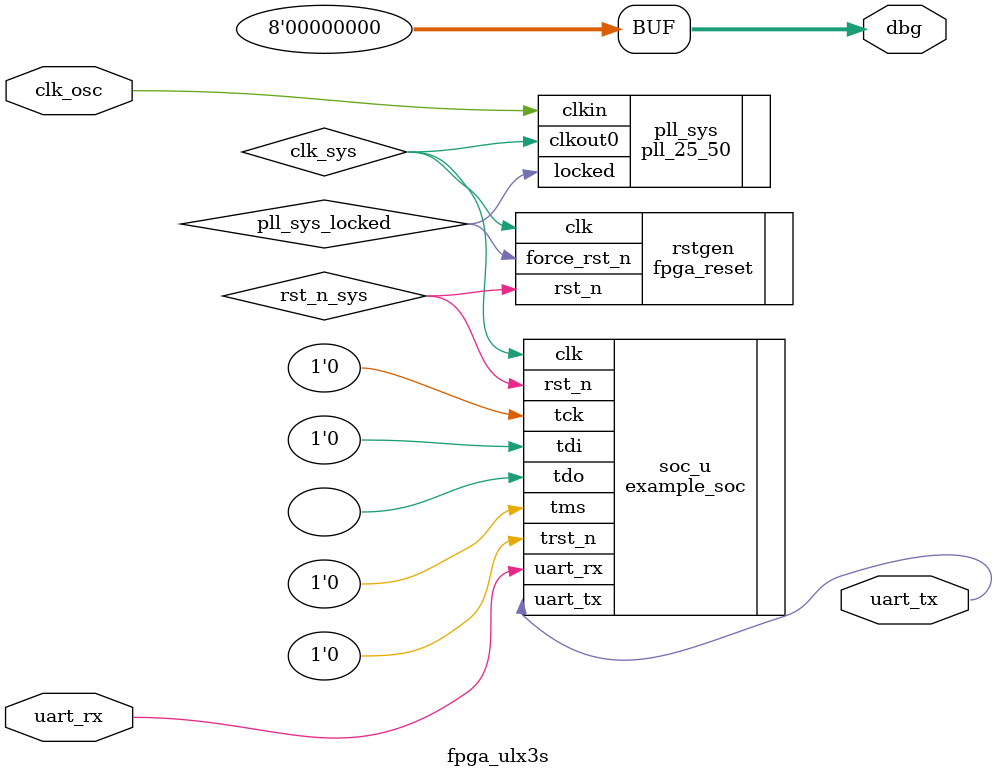
<source format=v>
/*****************************************************************************\
|                        Copyright (C) 2021 Luke Wren                         |
|                     SPDX-License-Identifier: Apache-2.0                     |
\*****************************************************************************/

`default_nettype none

module fpga_ulx3s (
    input  wire       clk_osc,
    output wire [7:0] dbg,

    output wire uart_tx,
    input  wire uart_rx
);

    wire clk_sys;
    wire pll_sys_locked;
    wire rst_n_sys;

    pll_25_50 pll_sys (
        .clkin  (clk_osc),
        .clkout0(clk_sys),
        .locked (pll_sys_locked)
    );

    fpga_reset #(
        .SHIFT(3)
    ) rstgen (
        .clk        (clk_sys),
        .force_rst_n(pll_sys_locked),
        .rst_n      (rst_n_sys)
    );

    example_soc #(
        .DTM_TYPE  ("ECP5"),
        .SRAM_DEPTH(1 << 15),
        .CLK_MHZ   (50),

        .EXTENSION_M       (1),
        .EXTENSION_A       (1),
        .EXTENSION_C       (0),
        .EXTENSION_ZBA     (0),
        .EXTENSION_ZBB     (0),
        .EXTENSION_ZBC     (0),
        .EXTENSION_ZBS     (0),
        .EXTENSION_ZBKB    (0),
        .EXTENSION_ZIFENCEI(1),
        .EXTENSION_XH3BEXTM(0),
        .EXTENSION_XH3PMPM (0),
        .EXTENSION_XH3POWER(0),
        .CSR_COUNTER       (1),
        .MUL_FAST          (1),
        .MUL_FASTER        (0),
        .MULH_FAST         (0),
        .MULDIV_UNROLL     (1),
        .FAST_BRANCHCMP    (1),
        .BRANCH_PREDICTOR  (1)
    ) soc_u (
        .clk  (clk_sys),
        .rst_n(rst_n_sys),

        // JTAG connections provided internally by ECP5 JTAGG primitive
        .tck   (1'b0),
        .trst_n(1'b0),
        .tms   (1'b0),
        .tdi   (1'b0),
        .tdo   (  /* unused */),

        .uart_tx(uart_tx),
        .uart_rx(uart_rx)
    );

    assign dbg = 8'h00;

endmodule

</source>
